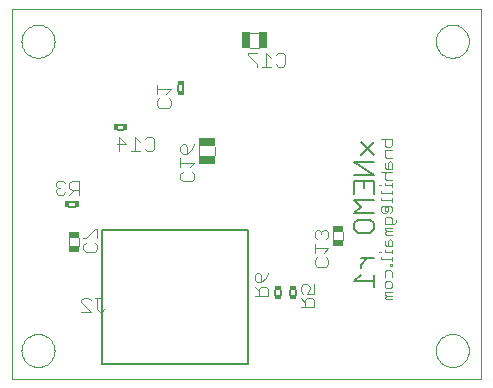
<source format=gbo>
G75*
G70*
%OFA0B0*%
%FSLAX24Y24*%
%IPPOS*%
%LPD*%
%AMOC8*
5,1,8,0,0,1.08239X$1,22.5*
%
%ADD10C,0.0000*%
%ADD11C,0.0060*%
%ADD12C,0.0030*%
%ADD13C,0.0040*%
%ADD14R,0.0236X0.0118*%
%ADD15R,0.0374X0.0197*%
%ADD16R,0.0118X0.0236*%
%ADD17C,0.0050*%
%ADD18R,0.0571X0.0295*%
%ADD19R,0.0295X0.0571*%
D10*
X000325Y000160D02*
X000325Y012469D01*
X015976Y012469D01*
X015976Y000160D01*
X000325Y000160D01*
X000649Y001098D02*
X000651Y001145D01*
X000657Y001191D01*
X000667Y001237D01*
X000680Y001282D01*
X000698Y001325D01*
X000719Y001367D01*
X000743Y001407D01*
X000771Y001444D01*
X000802Y001479D01*
X000836Y001512D01*
X000872Y001541D01*
X000911Y001567D01*
X000952Y001590D01*
X000995Y001609D01*
X001039Y001625D01*
X001084Y001637D01*
X001130Y001645D01*
X001177Y001649D01*
X001223Y001649D01*
X001270Y001645D01*
X001316Y001637D01*
X001361Y001625D01*
X001405Y001609D01*
X001448Y001590D01*
X001489Y001567D01*
X001528Y001541D01*
X001564Y001512D01*
X001598Y001479D01*
X001629Y001444D01*
X001657Y001407D01*
X001681Y001367D01*
X001702Y001325D01*
X001720Y001282D01*
X001733Y001237D01*
X001743Y001191D01*
X001749Y001145D01*
X001751Y001098D01*
X001749Y001051D01*
X001743Y001005D01*
X001733Y000959D01*
X001720Y000914D01*
X001702Y000871D01*
X001681Y000829D01*
X001657Y000789D01*
X001629Y000752D01*
X001598Y000717D01*
X001564Y000684D01*
X001528Y000655D01*
X001489Y000629D01*
X001448Y000606D01*
X001405Y000587D01*
X001361Y000571D01*
X001316Y000559D01*
X001270Y000551D01*
X001223Y000547D01*
X001177Y000547D01*
X001130Y000551D01*
X001084Y000559D01*
X001039Y000571D01*
X000995Y000587D01*
X000952Y000606D01*
X000911Y000629D01*
X000872Y000655D01*
X000836Y000684D01*
X000802Y000717D01*
X000771Y000752D01*
X000743Y000789D01*
X000719Y000829D01*
X000698Y000871D01*
X000680Y000914D01*
X000667Y000959D01*
X000657Y001005D01*
X000651Y001051D01*
X000649Y001098D01*
X000649Y011410D02*
X000651Y011457D01*
X000657Y011503D01*
X000667Y011549D01*
X000680Y011594D01*
X000698Y011637D01*
X000719Y011679D01*
X000743Y011719D01*
X000771Y011756D01*
X000802Y011791D01*
X000836Y011824D01*
X000872Y011853D01*
X000911Y011879D01*
X000952Y011902D01*
X000995Y011921D01*
X001039Y011937D01*
X001084Y011949D01*
X001130Y011957D01*
X001177Y011961D01*
X001223Y011961D01*
X001270Y011957D01*
X001316Y011949D01*
X001361Y011937D01*
X001405Y011921D01*
X001448Y011902D01*
X001489Y011879D01*
X001528Y011853D01*
X001564Y011824D01*
X001598Y011791D01*
X001629Y011756D01*
X001657Y011719D01*
X001681Y011679D01*
X001702Y011637D01*
X001720Y011594D01*
X001733Y011549D01*
X001743Y011503D01*
X001749Y011457D01*
X001751Y011410D01*
X001749Y011363D01*
X001743Y011317D01*
X001733Y011271D01*
X001720Y011226D01*
X001702Y011183D01*
X001681Y011141D01*
X001657Y011101D01*
X001629Y011064D01*
X001598Y011029D01*
X001564Y010996D01*
X001528Y010967D01*
X001489Y010941D01*
X001448Y010918D01*
X001405Y010899D01*
X001361Y010883D01*
X001316Y010871D01*
X001270Y010863D01*
X001223Y010859D01*
X001177Y010859D01*
X001130Y010863D01*
X001084Y010871D01*
X001039Y010883D01*
X000995Y010899D01*
X000952Y010918D01*
X000911Y010941D01*
X000872Y010967D01*
X000836Y010996D01*
X000802Y011029D01*
X000771Y011064D01*
X000743Y011101D01*
X000719Y011141D01*
X000698Y011183D01*
X000680Y011226D01*
X000667Y011271D01*
X000657Y011317D01*
X000651Y011363D01*
X000649Y011410D01*
X014462Y011410D02*
X014464Y011457D01*
X014470Y011503D01*
X014480Y011549D01*
X014493Y011594D01*
X014511Y011637D01*
X014532Y011679D01*
X014556Y011719D01*
X014584Y011756D01*
X014615Y011791D01*
X014649Y011824D01*
X014685Y011853D01*
X014724Y011879D01*
X014765Y011902D01*
X014808Y011921D01*
X014852Y011937D01*
X014897Y011949D01*
X014943Y011957D01*
X014990Y011961D01*
X015036Y011961D01*
X015083Y011957D01*
X015129Y011949D01*
X015174Y011937D01*
X015218Y011921D01*
X015261Y011902D01*
X015302Y011879D01*
X015341Y011853D01*
X015377Y011824D01*
X015411Y011791D01*
X015442Y011756D01*
X015470Y011719D01*
X015494Y011679D01*
X015515Y011637D01*
X015533Y011594D01*
X015546Y011549D01*
X015556Y011503D01*
X015562Y011457D01*
X015564Y011410D01*
X015562Y011363D01*
X015556Y011317D01*
X015546Y011271D01*
X015533Y011226D01*
X015515Y011183D01*
X015494Y011141D01*
X015470Y011101D01*
X015442Y011064D01*
X015411Y011029D01*
X015377Y010996D01*
X015341Y010967D01*
X015302Y010941D01*
X015261Y010918D01*
X015218Y010899D01*
X015174Y010883D01*
X015129Y010871D01*
X015083Y010863D01*
X015036Y010859D01*
X014990Y010859D01*
X014943Y010863D01*
X014897Y010871D01*
X014852Y010883D01*
X014808Y010899D01*
X014765Y010918D01*
X014724Y010941D01*
X014685Y010967D01*
X014649Y010996D01*
X014615Y011029D01*
X014584Y011064D01*
X014556Y011101D01*
X014532Y011141D01*
X014511Y011183D01*
X014493Y011226D01*
X014480Y011271D01*
X014470Y011317D01*
X014464Y011363D01*
X014462Y011410D01*
X014462Y001098D02*
X014464Y001145D01*
X014470Y001191D01*
X014480Y001237D01*
X014493Y001282D01*
X014511Y001325D01*
X014532Y001367D01*
X014556Y001407D01*
X014584Y001444D01*
X014615Y001479D01*
X014649Y001512D01*
X014685Y001541D01*
X014724Y001567D01*
X014765Y001590D01*
X014808Y001609D01*
X014852Y001625D01*
X014897Y001637D01*
X014943Y001645D01*
X014990Y001649D01*
X015036Y001649D01*
X015083Y001645D01*
X015129Y001637D01*
X015174Y001625D01*
X015218Y001609D01*
X015261Y001590D01*
X015302Y001567D01*
X015341Y001541D01*
X015377Y001512D01*
X015411Y001479D01*
X015442Y001444D01*
X015470Y001407D01*
X015494Y001367D01*
X015515Y001325D01*
X015533Y001282D01*
X015546Y001237D01*
X015556Y001191D01*
X015562Y001145D01*
X015564Y001098D01*
X015562Y001051D01*
X015556Y001005D01*
X015546Y000959D01*
X015533Y000914D01*
X015515Y000871D01*
X015494Y000829D01*
X015470Y000789D01*
X015442Y000752D01*
X015411Y000717D01*
X015377Y000684D01*
X015341Y000655D01*
X015302Y000629D01*
X015261Y000606D01*
X015218Y000587D01*
X015174Y000571D01*
X015129Y000559D01*
X015083Y000551D01*
X015036Y000547D01*
X014990Y000547D01*
X014943Y000551D01*
X014897Y000559D01*
X014852Y000571D01*
X014808Y000587D01*
X014765Y000606D01*
X014724Y000629D01*
X014685Y000655D01*
X014649Y000684D01*
X014615Y000717D01*
X014584Y000752D01*
X014556Y000789D01*
X014532Y000829D01*
X014511Y000871D01*
X014493Y000914D01*
X014480Y000959D01*
X014470Y001005D01*
X014464Y001051D01*
X014462Y001098D01*
D11*
X012389Y003205D02*
X012389Y003632D01*
X012389Y003418D02*
X011748Y003418D01*
X011962Y003632D01*
X011962Y003849D02*
X011962Y003955D01*
X012175Y004169D01*
X011962Y004169D02*
X012389Y004169D01*
X012282Y005031D02*
X011855Y005031D01*
X011748Y005138D01*
X011748Y005351D01*
X011855Y005458D01*
X012282Y005458D01*
X012389Y005351D01*
X012389Y005138D01*
X012282Y005031D01*
X012389Y005676D02*
X011748Y005676D01*
X011962Y005889D01*
X011748Y006103D01*
X012389Y006103D01*
X012389Y006320D02*
X012389Y006747D01*
X011748Y006747D01*
X011748Y006320D01*
X012068Y006534D02*
X012068Y006747D01*
X011748Y006965D02*
X012389Y006965D01*
X011748Y007392D01*
X012389Y007392D01*
X012389Y007609D02*
X011962Y008036D01*
X012389Y008036D02*
X011962Y007609D01*
X009788Y003131D02*
X009788Y002939D01*
X009612Y002939D02*
X009612Y003131D01*
X009288Y003131D02*
X009288Y002939D01*
X009112Y002939D02*
X009112Y003131D01*
X002421Y005884D02*
X002229Y005884D01*
X002229Y006061D02*
X002421Y006061D01*
X003854Y008447D02*
X004046Y008447D01*
X004046Y008623D02*
X003854Y008623D01*
X005862Y009751D02*
X005862Y009944D01*
X006038Y009944D02*
X006038Y009751D01*
D12*
X012565Y006610D02*
X012627Y006610D01*
X012751Y006610D02*
X012998Y006610D01*
X012998Y006672D02*
X012998Y006548D01*
X012998Y006426D02*
X012998Y006303D01*
X012998Y006364D02*
X012627Y006364D01*
X012627Y006426D01*
X012751Y006610D02*
X012751Y006672D01*
X012812Y006793D02*
X012998Y006793D01*
X012812Y006793D02*
X012751Y006855D01*
X012751Y006978D01*
X012812Y007040D01*
X012812Y007161D02*
X012998Y007161D01*
X012998Y007347D01*
X012936Y007408D01*
X012874Y007347D01*
X012874Y007161D01*
X012812Y007161D02*
X012751Y007223D01*
X012751Y007347D01*
X012812Y007530D02*
X012998Y007530D01*
X012812Y007530D02*
X012751Y007592D01*
X012751Y007777D01*
X012998Y007777D01*
X012936Y007898D02*
X012812Y007898D01*
X012751Y007960D01*
X012751Y008145D01*
X012627Y008145D02*
X012998Y008145D01*
X012998Y007960D01*
X012936Y007898D01*
X012998Y007040D02*
X012627Y007040D01*
X012627Y006181D02*
X012627Y006119D01*
X012998Y006119D01*
X012998Y006181D02*
X012998Y006057D01*
X012936Y005935D02*
X012689Y005935D01*
X012627Y005873D01*
X012627Y005750D01*
X012689Y005688D01*
X012812Y005688D01*
X012874Y005750D01*
X012751Y005750D01*
X012751Y005873D01*
X012874Y005873D01*
X012874Y005750D01*
X012936Y005688D02*
X012998Y005750D01*
X012998Y005873D01*
X012936Y005935D01*
X012936Y005567D02*
X012812Y005567D01*
X012751Y005505D01*
X012751Y005320D01*
X013059Y005320D01*
X013121Y005382D01*
X013121Y005443D01*
X012998Y005505D02*
X012998Y005320D01*
X012998Y005198D02*
X012751Y005198D01*
X012751Y005137D01*
X012812Y005075D01*
X012751Y005013D01*
X012812Y004952D01*
X012998Y004952D01*
X012998Y005075D02*
X012812Y005075D01*
X012936Y004830D02*
X012874Y004768D01*
X012874Y004583D01*
X012812Y004583D02*
X012998Y004583D01*
X012998Y004768D01*
X012936Y004830D01*
X012751Y004768D02*
X012751Y004645D01*
X012812Y004583D01*
X012751Y004462D02*
X012751Y004400D01*
X012998Y004400D01*
X012998Y004462D02*
X012998Y004338D01*
X012998Y004216D02*
X012998Y004093D01*
X012998Y004155D02*
X012627Y004155D01*
X012627Y004216D01*
X012627Y004400D02*
X012565Y004400D01*
X012936Y003971D02*
X012936Y003909D01*
X012998Y003909D01*
X012998Y003971D01*
X012936Y003971D01*
X012936Y003787D02*
X012812Y003787D01*
X012751Y003725D01*
X012751Y003540D01*
X012812Y003418D02*
X012936Y003418D01*
X012998Y003357D01*
X012998Y003233D01*
X012936Y003171D01*
X012812Y003171D01*
X012751Y003233D01*
X012751Y003357D01*
X012812Y003418D01*
X012998Y003540D02*
X012998Y003725D01*
X012936Y003787D01*
X012998Y003050D02*
X012751Y003050D01*
X012751Y002988D01*
X012812Y002927D01*
X012751Y002865D01*
X012812Y002803D01*
X012998Y002803D01*
X012998Y002927D02*
X012812Y002927D01*
X012998Y005505D02*
X012936Y005567D01*
D13*
X011365Y005050D02*
X011365Y004770D01*
X011030Y004770D02*
X011030Y005050D01*
X010880Y005050D02*
X010880Y004896D01*
X010804Y004820D01*
X010650Y004973D02*
X010650Y005050D01*
X010573Y005127D01*
X010497Y005127D01*
X010420Y005050D01*
X010420Y004896D01*
X010497Y004820D01*
X010650Y005050D02*
X010727Y005127D01*
X010804Y005127D01*
X010880Y005050D01*
X010420Y004666D02*
X010420Y004359D01*
X010420Y004513D02*
X010880Y004513D01*
X010727Y004359D01*
X010804Y004206D02*
X010880Y004129D01*
X010880Y003976D01*
X010804Y003899D01*
X010497Y003899D01*
X010420Y003976D01*
X010420Y004129D01*
X010497Y004206D01*
X010412Y003308D02*
X010412Y003001D01*
X010181Y003001D01*
X010258Y003154D01*
X010258Y003231D01*
X010181Y003308D01*
X010028Y003308D01*
X009951Y003231D01*
X009951Y003078D01*
X010028Y003001D01*
X009951Y002847D02*
X010105Y002694D01*
X010105Y002771D02*
X010105Y002540D01*
X009951Y002540D02*
X010412Y002540D01*
X010412Y002771D01*
X010335Y002847D01*
X010181Y002847D01*
X010105Y002771D01*
X008880Y002915D02*
X008880Y003146D01*
X008804Y003222D01*
X008650Y003222D01*
X008573Y003146D01*
X008573Y002915D01*
X008420Y002915D02*
X008880Y002915D01*
X008573Y003069D02*
X008420Y003222D01*
X008497Y003376D02*
X008420Y003453D01*
X008420Y003606D01*
X008497Y003683D01*
X008573Y003683D01*
X008650Y003606D01*
X008650Y003376D01*
X008497Y003376D01*
X008650Y003376D02*
X008804Y003529D01*
X008880Y003683D01*
X006329Y006743D02*
X006022Y006743D01*
X005945Y006819D01*
X005945Y006973D01*
X006022Y007049D01*
X005945Y007203D02*
X005945Y007510D01*
X005945Y007356D02*
X006405Y007356D01*
X006252Y007203D01*
X006329Y007049D02*
X006405Y006973D01*
X006405Y006819D01*
X006329Y006743D01*
X006565Y007604D02*
X006565Y007904D01*
X006405Y007970D02*
X006329Y007817D01*
X006175Y007663D01*
X006175Y007894D01*
X006098Y007970D01*
X006022Y007970D01*
X005945Y007894D01*
X005945Y007740D01*
X006022Y007663D01*
X006175Y007663D01*
X007085Y007604D02*
X007085Y007894D01*
X005630Y009273D02*
X005554Y009197D01*
X005247Y009197D01*
X005170Y009273D01*
X005170Y009427D01*
X005247Y009504D01*
X005170Y009657D02*
X005170Y009964D01*
X005170Y009811D02*
X005630Y009811D01*
X005477Y009657D01*
X005554Y009504D02*
X005630Y009427D01*
X005630Y009273D01*
X004984Y008215D02*
X004831Y008215D01*
X004754Y008139D01*
X004601Y008062D02*
X004447Y008215D01*
X004447Y007755D01*
X004294Y007755D02*
X004601Y007755D01*
X004754Y007832D02*
X004831Y007755D01*
X004984Y007755D01*
X005061Y007832D01*
X005061Y008139D01*
X004984Y008215D01*
X004140Y007985D02*
X003833Y007985D01*
X003910Y007755D02*
X003910Y008215D01*
X004140Y007985D01*
X002555Y006753D02*
X002325Y006753D01*
X002248Y006676D01*
X002248Y006523D01*
X002325Y006446D01*
X002555Y006446D01*
X002402Y006446D02*
X002248Y006293D01*
X002095Y006369D02*
X002018Y006293D01*
X001864Y006293D01*
X001788Y006369D01*
X001788Y006446D01*
X001864Y006523D01*
X001941Y006523D01*
X001864Y006523D02*
X001788Y006599D01*
X001788Y006676D01*
X001864Y006753D01*
X002018Y006753D01*
X002095Y006676D01*
X002555Y006753D02*
X002555Y006293D01*
X003091Y005160D02*
X002784Y004853D01*
X002708Y004853D01*
X002558Y004863D02*
X002558Y004582D01*
X002708Y004623D02*
X002708Y004469D01*
X002784Y004393D01*
X003091Y004393D01*
X003168Y004469D01*
X003168Y004623D01*
X003091Y004699D01*
X003168Y004853D02*
X003168Y005160D01*
X003091Y005160D01*
X002784Y004699D02*
X002708Y004623D01*
X002223Y004582D02*
X002223Y004863D01*
X002723Y002859D02*
X002876Y002859D01*
X002953Y002782D01*
X003106Y002859D02*
X003260Y002859D01*
X003183Y002859D02*
X003183Y002475D01*
X003260Y002399D01*
X003337Y002399D01*
X003413Y002475D01*
X002953Y002399D02*
X002646Y002706D01*
X002646Y002782D01*
X002723Y002859D01*
X002646Y002399D02*
X002953Y002399D01*
X008509Y010561D02*
X008509Y010638D01*
X008202Y010945D01*
X008202Y011022D01*
X008509Y011022D01*
X008569Y011181D02*
X008269Y011181D01*
X008816Y011022D02*
X008816Y010561D01*
X008663Y010561D02*
X008970Y010561D01*
X009123Y010638D02*
X009200Y010561D01*
X009353Y010561D01*
X009430Y010638D01*
X009430Y010945D01*
X009353Y011022D01*
X009200Y011022D01*
X009123Y010945D01*
X008970Y010868D02*
X008816Y011022D01*
X008569Y011701D02*
X008279Y011701D01*
D14*
X005952Y010007D03*
X005952Y009687D03*
X009202Y003194D03*
X009202Y002874D03*
X009702Y002874D03*
X009702Y003194D03*
D15*
X011198Y004682D03*
X011198Y005142D03*
X002390Y004951D03*
X002390Y004491D03*
D16*
X002484Y005971D03*
X002164Y005971D03*
X003791Y008537D03*
X004111Y008537D03*
D17*
X003347Y005132D02*
X003347Y000644D01*
X008209Y000644D01*
X008209Y005132D01*
X003347Y005132D01*
D18*
X006825Y007466D03*
X006825Y008036D03*
D19*
X008136Y011441D03*
X008706Y011441D03*
M02*

</source>
